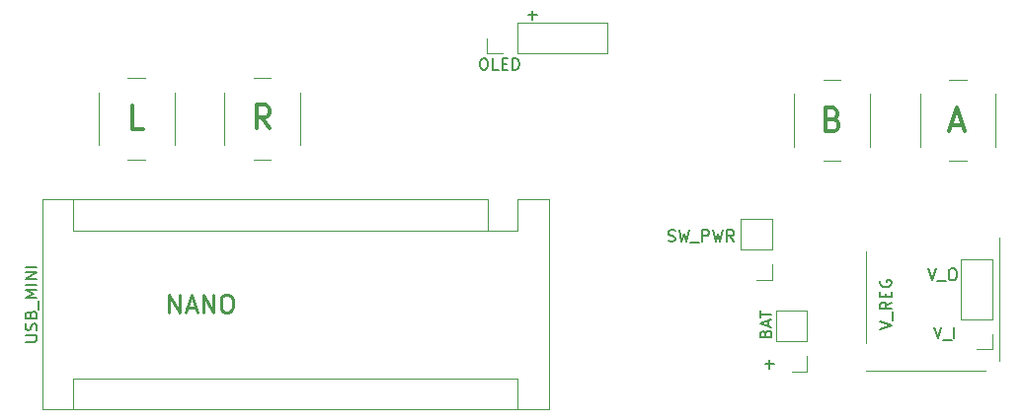
<source format=gto>
G04 #@! TF.GenerationSoftware,KiCad,Pcbnew,(5.1.9)-1*
G04 #@! TF.CreationDate,2021-04-19T08:09:59-05:00*
G04 #@! TF.ProjectId,mini_game_april2021,6d696e69-5f67-4616-9d65-5f617072696c,rev?*
G04 #@! TF.SameCoordinates,Original*
G04 #@! TF.FileFunction,Legend,Top*
G04 #@! TF.FilePolarity,Positive*
%FSLAX46Y46*%
G04 Gerber Fmt 4.6, Leading zero omitted, Abs format (unit mm)*
G04 Created by KiCad (PCBNEW (5.1.9)-1) date 2021-04-19 08:09:59*
%MOMM*%
%LPD*%
G01*
G04 APERTURE LIST*
%ADD10C,0.150000*%
%ADD11C,0.304800*%
%ADD12C,0.120000*%
%ADD13C,0.228600*%
%ADD14R,1.600000X1.600000*%
%ADD15O,1.600000X1.600000*%
%ADD16C,2.000000*%
%ADD17O,1.700000X1.700000*%
%ADD18R,1.700000X1.700000*%
G04 APERTURE END LIST*
D10*
X101306380Y-127674285D02*
X102115904Y-127674285D01*
X102211142Y-127626666D01*
X102258761Y-127579047D01*
X102306380Y-127483809D01*
X102306380Y-127293333D01*
X102258761Y-127198095D01*
X102211142Y-127150476D01*
X102115904Y-127102857D01*
X101306380Y-127102857D01*
X102258761Y-126674285D02*
X102306380Y-126531428D01*
X102306380Y-126293333D01*
X102258761Y-126198095D01*
X102211142Y-126150476D01*
X102115904Y-126102857D01*
X102020666Y-126102857D01*
X101925428Y-126150476D01*
X101877809Y-126198095D01*
X101830190Y-126293333D01*
X101782571Y-126483809D01*
X101734952Y-126579047D01*
X101687333Y-126626666D01*
X101592095Y-126674285D01*
X101496857Y-126674285D01*
X101401619Y-126626666D01*
X101354000Y-126579047D01*
X101306380Y-126483809D01*
X101306380Y-126245714D01*
X101354000Y-126102857D01*
X101782571Y-125340952D02*
X101830190Y-125198095D01*
X101877809Y-125150476D01*
X101973047Y-125102857D01*
X102115904Y-125102857D01*
X102211142Y-125150476D01*
X102258761Y-125198095D01*
X102306380Y-125293333D01*
X102306380Y-125674285D01*
X101306380Y-125674285D01*
X101306380Y-125340952D01*
X101354000Y-125245714D01*
X101401619Y-125198095D01*
X101496857Y-125150476D01*
X101592095Y-125150476D01*
X101687333Y-125198095D01*
X101734952Y-125245714D01*
X101782571Y-125340952D01*
X101782571Y-125674285D01*
X102401619Y-124912380D02*
X102401619Y-124150476D01*
X102306380Y-123912380D02*
X101306380Y-123912380D01*
X102020666Y-123579047D01*
X101306380Y-123245714D01*
X102306380Y-123245714D01*
X102306380Y-122769523D02*
X101306380Y-122769523D01*
X102306380Y-122293333D02*
X101306380Y-122293333D01*
X102306380Y-121721904D01*
X101306380Y-121721904D01*
X102306380Y-121245714D02*
X101306380Y-121245714D01*
X178766624Y-121395240D02*
X179099958Y-122395240D01*
X179433291Y-121395240D01*
X179528529Y-122490479D02*
X180290434Y-122490479D01*
X180719005Y-121395240D02*
X180909481Y-121395240D01*
X181004720Y-121442860D01*
X181099958Y-121538098D01*
X181147577Y-121728574D01*
X181147577Y-122061907D01*
X181099958Y-122252383D01*
X181004720Y-122347621D01*
X180909481Y-122395240D01*
X180719005Y-122395240D01*
X180623767Y-122347621D01*
X180528529Y-122252383D01*
X180480910Y-122061907D01*
X180480910Y-121728574D01*
X180528529Y-121538098D01*
X180623767Y-121442860D01*
X180719005Y-121395240D01*
X179199659Y-126414280D02*
X179532992Y-127414280D01*
X179866325Y-126414280D01*
X179961563Y-127509519D02*
X180723468Y-127509519D01*
X180961563Y-127414280D02*
X180961563Y-126414280D01*
X164719047Y-129611428D02*
X165480952Y-129611428D01*
X165100000Y-129992380D02*
X165100000Y-129230476D01*
X144399047Y-99639428D02*
X145160952Y-99639428D01*
X144780000Y-100020380D02*
X144780000Y-99258476D01*
D11*
X122294952Y-109377238D02*
X121617619Y-108409619D01*
X121133809Y-109377238D02*
X121133809Y-107345238D01*
X121907904Y-107345238D01*
X122101428Y-107442000D01*
X122198190Y-107538761D01*
X122294952Y-107732285D01*
X122294952Y-108022571D01*
X122198190Y-108216095D01*
X122101428Y-108312857D01*
X121907904Y-108409619D01*
X121133809Y-108409619D01*
X111449152Y-109402638D02*
X110481533Y-109402638D01*
X110481533Y-107370638D01*
X180719790Y-109050666D02*
X181687409Y-109050666D01*
X180526266Y-109631238D02*
X181203600Y-107599238D01*
X181880933Y-109631238D01*
X170579142Y-108566857D02*
X170869428Y-108663619D01*
X170966190Y-108760380D01*
X171062952Y-108953904D01*
X171062952Y-109244190D01*
X170966190Y-109437714D01*
X170869428Y-109534476D01*
X170675904Y-109631238D01*
X169901809Y-109631238D01*
X169901809Y-107599238D01*
X170579142Y-107599238D01*
X170772666Y-107696000D01*
X170869428Y-107792761D01*
X170966190Y-107986285D01*
X170966190Y-108179809D01*
X170869428Y-108373333D01*
X170772666Y-108470095D01*
X170579142Y-108566857D01*
X169901809Y-108566857D01*
D12*
X184785000Y-129286000D02*
X184785000Y-124460000D01*
X173355000Y-130175000D02*
X183642000Y-130175000D01*
X173355000Y-119888000D02*
X173355000Y-127762000D01*
X184785000Y-124460000D02*
X184785000Y-118745000D01*
X146180000Y-133480000D02*
X146180000Y-115440000D01*
X102740000Y-133480000D02*
X146180000Y-133480000D01*
X102740000Y-115440000D02*
X102740000Y-133480000D01*
X105410000Y-118110000D02*
X105410000Y-115440000D01*
X140970000Y-118110000D02*
X105410000Y-118110000D01*
X140970000Y-118110000D02*
X140970000Y-115440000D01*
X105410000Y-130810000D02*
X105410000Y-133480000D01*
X143510000Y-130810000D02*
X105410000Y-130810000D01*
X143510000Y-130810000D02*
X143510000Y-133480000D01*
X146180000Y-115440000D02*
X143510000Y-115440000D01*
X140970000Y-115440000D02*
X102740000Y-115440000D01*
X143510000Y-118110000D02*
X143510000Y-115440000D01*
X140970000Y-118110000D02*
X143510000Y-118110000D01*
X111585000Y-105010000D02*
X110085000Y-105010000D01*
X107585000Y-106260000D02*
X107585000Y-110760000D01*
X110085000Y-112010000D02*
X111585000Y-112010000D01*
X114085000Y-110760000D02*
X114085000Y-106260000D01*
X168335000Y-125035000D02*
X165675000Y-125035000D01*
X168335000Y-127635000D02*
X168335000Y-125035000D01*
X165675000Y-127635000D02*
X165675000Y-125035000D01*
X168335000Y-127635000D02*
X165675000Y-127635000D01*
X168335000Y-128905000D02*
X168335000Y-130235000D01*
X168335000Y-130235000D02*
X167005000Y-130235000D01*
X140910000Y-102930000D02*
X140910000Y-101600000D01*
X142240000Y-102930000D02*
X140910000Y-102930000D01*
X143510000Y-102930000D02*
X143510000Y-100270000D01*
X143510000Y-100270000D02*
X151190000Y-100270000D01*
X143510000Y-102930000D02*
X151190000Y-102930000D01*
X151190000Y-102930000D02*
X151190000Y-100270000D01*
X184210000Y-128330000D02*
X182880000Y-128330000D01*
X184210000Y-127000000D02*
X184210000Y-128330000D01*
X184210000Y-125730000D02*
X181550000Y-125730000D01*
X181550000Y-125730000D02*
X181550000Y-120590000D01*
X184210000Y-125730000D02*
X184210000Y-120590000D01*
X184210000Y-120590000D02*
X181550000Y-120590000D01*
X118380000Y-106260000D02*
X118380000Y-110760000D01*
X122380000Y-105010000D02*
X120880000Y-105010000D01*
X124880000Y-110760000D02*
X124880000Y-106260000D01*
X120880000Y-112010000D02*
X122380000Y-112010000D01*
X167220000Y-106410000D02*
X167220000Y-110910000D01*
X171220000Y-105160000D02*
X169720000Y-105160000D01*
X173720000Y-110910000D02*
X173720000Y-106410000D01*
X169720000Y-112160000D02*
X171220000Y-112160000D01*
X184515000Y-110910000D02*
X184515000Y-106410000D01*
X180515000Y-112160000D02*
X182015000Y-112160000D01*
X178015000Y-106410000D02*
X178015000Y-110910000D01*
X182015000Y-105160000D02*
X180515000Y-105160000D01*
X165312400Y-122335600D02*
X163982400Y-122335600D01*
X165312400Y-121005600D02*
X165312400Y-122335600D01*
X165312400Y-119735600D02*
X162652400Y-119735600D01*
X162652400Y-119735600D02*
X162652400Y-117135600D01*
X165312400Y-119735600D02*
X165312400Y-117135600D01*
X165312400Y-117135600D02*
X162652400Y-117135600D01*
D13*
X113646857Y-125149428D02*
X113646857Y-123625428D01*
X114517714Y-125149428D01*
X114517714Y-123625428D01*
X115170857Y-124714000D02*
X115896571Y-124714000D01*
X115025714Y-125149428D02*
X115533714Y-123625428D01*
X116041714Y-125149428D01*
X116549714Y-125149428D02*
X116549714Y-123625428D01*
X117420571Y-125149428D01*
X117420571Y-123625428D01*
X118436571Y-123625428D02*
X118726857Y-123625428D01*
X118872000Y-123698000D01*
X119017142Y-123843142D01*
X119089714Y-124133428D01*
X119089714Y-124641428D01*
X119017142Y-124931714D01*
X118872000Y-125076857D01*
X118726857Y-125149428D01*
X118436571Y-125149428D01*
X118291428Y-125076857D01*
X118146285Y-124931714D01*
X118073714Y-124641428D01*
X118073714Y-124133428D01*
X118146285Y-123843142D01*
X118291428Y-123698000D01*
X118436571Y-123625428D01*
D10*
X164774571Y-126976095D02*
X164822190Y-126833238D01*
X164869809Y-126785619D01*
X164965047Y-126738000D01*
X165107904Y-126738000D01*
X165203142Y-126785619D01*
X165250761Y-126833238D01*
X165298380Y-126928476D01*
X165298380Y-127309428D01*
X164298380Y-127309428D01*
X164298380Y-126976095D01*
X164346000Y-126880857D01*
X164393619Y-126833238D01*
X164488857Y-126785619D01*
X164584095Y-126785619D01*
X164679333Y-126833238D01*
X164726952Y-126880857D01*
X164774571Y-126976095D01*
X164774571Y-127309428D01*
X165012666Y-126357047D02*
X165012666Y-125880857D01*
X165298380Y-126452285D02*
X164298380Y-126118952D01*
X165298380Y-125785619D01*
X164298380Y-125595142D02*
X164298380Y-125023714D01*
X165298380Y-125309428D02*
X164298380Y-125309428D01*
X140533619Y-103338380D02*
X140724095Y-103338380D01*
X140819333Y-103386000D01*
X140914571Y-103481238D01*
X140962190Y-103671714D01*
X140962190Y-104005047D01*
X140914571Y-104195523D01*
X140819333Y-104290761D01*
X140724095Y-104338380D01*
X140533619Y-104338380D01*
X140438380Y-104290761D01*
X140343142Y-104195523D01*
X140295523Y-104005047D01*
X140295523Y-103671714D01*
X140343142Y-103481238D01*
X140438380Y-103386000D01*
X140533619Y-103338380D01*
X141866952Y-104338380D02*
X141390761Y-104338380D01*
X141390761Y-103338380D01*
X142200285Y-103814571D02*
X142533619Y-103814571D01*
X142676476Y-104338380D02*
X142200285Y-104338380D01*
X142200285Y-103338380D01*
X142676476Y-103338380D01*
X143105047Y-104338380D02*
X143105047Y-103338380D01*
X143343142Y-103338380D01*
X143486000Y-103386000D01*
X143581238Y-103481238D01*
X143628857Y-103576476D01*
X143676476Y-103766952D01*
X143676476Y-103909809D01*
X143628857Y-104100285D01*
X143581238Y-104195523D01*
X143486000Y-104290761D01*
X143343142Y-104338380D01*
X143105047Y-104338380D01*
X174585380Y-126619046D02*
X175585380Y-126285713D01*
X174585380Y-125952380D01*
X175680619Y-125857141D02*
X175680619Y-125095237D01*
X175585380Y-124285713D02*
X175109190Y-124619046D01*
X175585380Y-124857141D02*
X174585380Y-124857141D01*
X174585380Y-124476189D01*
X174633000Y-124380951D01*
X174680619Y-124333332D01*
X174775857Y-124285713D01*
X174918714Y-124285713D01*
X175013952Y-124333332D01*
X175061571Y-124380951D01*
X175109190Y-124476189D01*
X175109190Y-124857141D01*
X175061571Y-123857141D02*
X175061571Y-123523808D01*
X175585380Y-123380951D02*
X175585380Y-123857141D01*
X174585380Y-123857141D01*
X174585380Y-123380951D01*
X174633000Y-122428570D02*
X174585380Y-122523808D01*
X174585380Y-122666665D01*
X174633000Y-122809522D01*
X174728238Y-122904760D01*
X174823476Y-122952380D01*
X175013952Y-122999999D01*
X175156809Y-122999999D01*
X175347285Y-122952380D01*
X175442523Y-122904760D01*
X175537761Y-122809522D01*
X175585380Y-122666665D01*
X175585380Y-122571427D01*
X175537761Y-122428570D01*
X175490142Y-122380951D01*
X175156809Y-122380951D01*
X175156809Y-122571427D01*
X156448476Y-119022761D02*
X156591333Y-119070380D01*
X156829428Y-119070380D01*
X156924666Y-119022761D01*
X156972285Y-118975142D01*
X157019904Y-118879904D01*
X157019904Y-118784666D01*
X156972285Y-118689428D01*
X156924666Y-118641809D01*
X156829428Y-118594190D01*
X156638952Y-118546571D01*
X156543714Y-118498952D01*
X156496095Y-118451333D01*
X156448476Y-118356095D01*
X156448476Y-118260857D01*
X156496095Y-118165619D01*
X156543714Y-118118000D01*
X156638952Y-118070380D01*
X156877047Y-118070380D01*
X157019904Y-118118000D01*
X157353238Y-118070380D02*
X157591333Y-119070380D01*
X157781809Y-118356095D01*
X157972285Y-119070380D01*
X158210380Y-118070380D01*
X158353238Y-119165619D02*
X159115142Y-119165619D01*
X159353238Y-119070380D02*
X159353238Y-118070380D01*
X159734190Y-118070380D01*
X159829428Y-118118000D01*
X159877047Y-118165619D01*
X159924666Y-118260857D01*
X159924666Y-118403714D01*
X159877047Y-118498952D01*
X159829428Y-118546571D01*
X159734190Y-118594190D01*
X159353238Y-118594190D01*
X160258000Y-118070380D02*
X160496095Y-119070380D01*
X160686571Y-118356095D01*
X160877047Y-119070380D01*
X161115142Y-118070380D01*
X162067523Y-119070380D02*
X161734190Y-118594190D01*
X161496095Y-119070380D02*
X161496095Y-118070380D01*
X161877047Y-118070380D01*
X161972285Y-118118000D01*
X162019904Y-118165619D01*
X162067523Y-118260857D01*
X162067523Y-118403714D01*
X162019904Y-118498952D01*
X161972285Y-118546571D01*
X161877047Y-118594190D01*
X161496095Y-118594190D01*
%LPC*%
D14*
X142240000Y-116840000D03*
D15*
X109220000Y-132080000D03*
X139700000Y-116840000D03*
X111760000Y-132080000D03*
X137160000Y-116840000D03*
X114300000Y-132080000D03*
X134620000Y-116840000D03*
X116840000Y-132080000D03*
X132080000Y-116840000D03*
X119380000Y-132080000D03*
X129540000Y-116840000D03*
X121920000Y-132080000D03*
X127000000Y-116840000D03*
X124460000Y-132080000D03*
X124460000Y-116840000D03*
X127000000Y-132080000D03*
X121920000Y-116840000D03*
X129540000Y-132080000D03*
X119380000Y-116840000D03*
X132080000Y-132080000D03*
X116840000Y-116840000D03*
X134620000Y-132080000D03*
X114300000Y-116840000D03*
X137160000Y-132080000D03*
X111760000Y-116840000D03*
X139700000Y-132080000D03*
X109220000Y-116840000D03*
X142240000Y-132080000D03*
X106680000Y-116840000D03*
X106680000Y-132080000D03*
D16*
X113085000Y-111760000D03*
X108585000Y-111760000D03*
X113085000Y-105260000D03*
X108585000Y-105260000D03*
D17*
X167005000Y-126365000D03*
D18*
X167005000Y-128905000D03*
X142240000Y-101600000D03*
D17*
X144780000Y-101600000D03*
X147320000Y-101600000D03*
X149860000Y-101600000D03*
D18*
X182880000Y-127000000D03*
D17*
X182880000Y-124460000D03*
X182880000Y-121920000D03*
D16*
X123880000Y-111760000D03*
X119380000Y-111760000D03*
X123880000Y-105260000D03*
X119380000Y-105260000D03*
X172720000Y-111910000D03*
X168220000Y-111910000D03*
X172720000Y-105410000D03*
X168220000Y-105410000D03*
X179015000Y-105410000D03*
X183515000Y-105410000D03*
X179015000Y-111910000D03*
X183515000Y-111910000D03*
D18*
X163982400Y-121005600D03*
D17*
X163982400Y-118465600D03*
M02*

</source>
